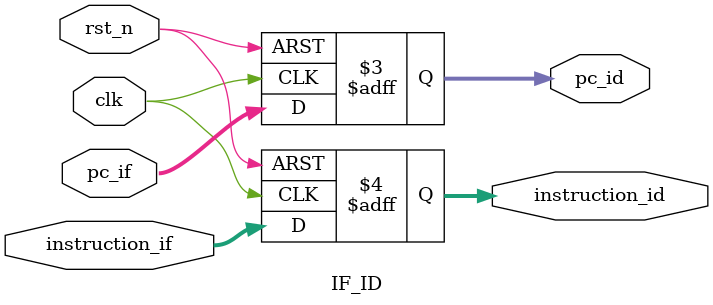
<source format=v>
`timescale 1ns / 1ps

module IF_ID(
    input clk,
    input rst_n,
    input [31:0] pc_if,
    input [31:0] instruction_if,
    output reg [31:0] pc_id,
    output reg [31:0] instruction_id
);

    always @(posedge clk or negedge rst_n) begin
        if (!rst_n) begin
            pc_id <= 32'b0;
            instruction_id <= 32'b0;
        end else begin
            pc_id <= pc_if;
            instruction_id <= instruction_if;
        end
    end

endmodule
</source>
